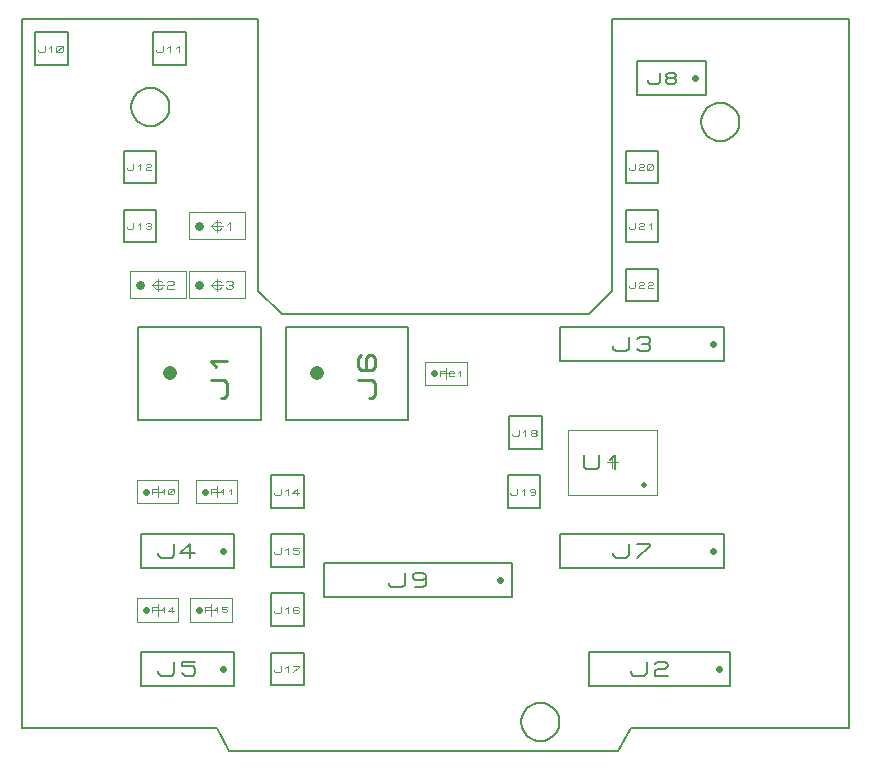
<source format=gbr>
G04 PROTEUS GERBER X2 FILE*
%TF.GenerationSoftware,Labcenter,Proteus,8.12-SP0-Build30713*%
%TF.CreationDate,2021-08-02T00:20:26+00:00*%
%TF.FileFunction,AssemblyDrawing,Top*%
%TF.FilePolarity,Positive*%
%TF.Part,Single*%
%TF.SameCoordinates,{4cff7d1c-7656-49df-93de-6e2fb68f4e0e}*%
%FSLAX45Y45*%
%MOMM*%
G01*
%TA.AperFunction,Profile*%
%ADD21C,0.203200*%
%TA.AperFunction,Material*%
%ADD25C,0.203200*%
%ADD52C,1.219200*%
%ADD53C,0.229610*%
%ADD54C,0.050000*%
%ADD55C,0.548640*%
%ADD56C,0.196350*%
%ADD72C,0.152400*%
%ADD57C,0.558800*%
%ADD58C,0.199130*%
%ADD59C,0.084660*%
%ADD60C,0.721360*%
%ADD61C,0.110370*%
%ADD62C,0.579120*%
%ADD63C,0.076070*%
%TD.AperFunction*%
D21*
X+0Y+0D02*
X+1650000Y+0D01*
X+7000000Y+0D02*
X+7000000Y+6000000D01*
X+5000000Y+6000000D01*
X+5000000Y+3700000D01*
X+4800000Y+3500000D01*
X+2200000Y+3500000D01*
X+2000000Y+3700000D02*
X+2000000Y+6000000D01*
X+0Y+6000000D01*
X+0Y+0D01*
X+2000000Y+3700000D02*
X+2200000Y+3500000D01*
X+5160000Y+0D02*
X+7000000Y+0D01*
X+1750000Y-200000D02*
X+5050000Y-200000D01*
X+1650000Y+0D02*
X+1750000Y-200000D01*
X+5160000Y+0D02*
X+5050000Y-200000D01*
X+4550045Y+50000D02*
X+4549508Y+63142D01*
X+4545144Y+89427D01*
X+4536029Y+115712D01*
X+4521182Y+141997D01*
X+4498470Y+168118D01*
X+4472185Y+187898D01*
X+4445900Y+200658D01*
X+4419615Y+208108D01*
X+4393330Y+210987D01*
X+4389000Y+211045D01*
X+4227955Y+50000D02*
X+4228492Y+63142D01*
X+4232856Y+89427D01*
X+4241971Y+115712D01*
X+4256818Y+141997D01*
X+4279530Y+168118D01*
X+4305815Y+187898D01*
X+4332100Y+200658D01*
X+4358385Y+208108D01*
X+4384670Y+210987D01*
X+4389000Y+211045D01*
X+4227955Y+50000D02*
X+4228492Y+36858D01*
X+4232856Y+10573D01*
X+4241971Y-15712D01*
X+4256818Y-41997D01*
X+4279530Y-68118D01*
X+4305815Y-87898D01*
X+4332100Y-100658D01*
X+4358385Y-108108D01*
X+4384670Y-110987D01*
X+4389000Y-111045D01*
X+4550045Y+50000D02*
X+4549508Y+36858D01*
X+4545144Y+10573D01*
X+4536029Y-15712D01*
X+4521182Y-41997D01*
X+4498470Y-68118D01*
X+4472185Y-87898D01*
X+4445900Y-100658D01*
X+4419615Y-108108D01*
X+4393330Y-110987D01*
X+4389000Y-111045D01*
X+6074045Y+5130000D02*
X+6073508Y+5143142D01*
X+6069144Y+5169427D01*
X+6060029Y+5195712D01*
X+6045182Y+5221997D01*
X+6022470Y+5248118D01*
X+5996185Y+5267898D01*
X+5969900Y+5280658D01*
X+5943615Y+5288108D01*
X+5917330Y+5290987D01*
X+5913000Y+5291045D01*
X+5751955Y+5130000D02*
X+5752492Y+5143142D01*
X+5756856Y+5169427D01*
X+5765971Y+5195712D01*
X+5780818Y+5221997D01*
X+5803530Y+5248118D01*
X+5829815Y+5267898D01*
X+5856100Y+5280658D01*
X+5882385Y+5288108D01*
X+5908670Y+5290987D01*
X+5913000Y+5291045D01*
X+5751955Y+5130000D02*
X+5752492Y+5116858D01*
X+5756856Y+5090573D01*
X+5765971Y+5064288D01*
X+5780818Y+5038003D01*
X+5803530Y+5011882D01*
X+5829815Y+4992102D01*
X+5856100Y+4979342D01*
X+5882385Y+4971892D01*
X+5908670Y+4969013D01*
X+5913000Y+4968955D01*
X+6074045Y+5130000D02*
X+6073508Y+5116858D01*
X+6069144Y+5090573D01*
X+6060029Y+5064288D01*
X+6045182Y+5038003D01*
X+6022470Y+5011882D01*
X+5996185Y+4992102D01*
X+5969900Y+4979342D01*
X+5943615Y+4971892D01*
X+5917330Y+4969013D01*
X+5913000Y+4968955D01*
X+1248045Y+5257000D02*
X+1247508Y+5270142D01*
X+1243144Y+5296427D01*
X+1234029Y+5322712D01*
X+1219182Y+5348997D01*
X+1196470Y+5375118D01*
X+1170185Y+5394898D01*
X+1143900Y+5407658D01*
X+1117615Y+5415108D01*
X+1091330Y+5417987D01*
X+1087000Y+5418045D01*
X+925955Y+5257000D02*
X+926492Y+5270142D01*
X+930856Y+5296427D01*
X+939971Y+5322712D01*
X+954818Y+5348997D01*
X+977530Y+5375118D01*
X+1003815Y+5394898D01*
X+1030100Y+5407658D01*
X+1056385Y+5415108D01*
X+1082670Y+5417987D01*
X+1087000Y+5418045D01*
X+925955Y+5257000D02*
X+926492Y+5243858D01*
X+930856Y+5217573D01*
X+939971Y+5191288D01*
X+954818Y+5165003D01*
X+977530Y+5138882D01*
X+1003815Y+5119102D01*
X+1030100Y+5106342D01*
X+1056385Y+5098892D01*
X+1082670Y+5096013D01*
X+1087000Y+5095955D01*
X+1248045Y+5257000D02*
X+1247508Y+5243858D01*
X+1243144Y+5217573D01*
X+1234029Y+5191288D01*
X+1219182Y+5165003D01*
X+1196470Y+5138882D01*
X+1170185Y+5119102D01*
X+1143900Y+5106342D01*
X+1117615Y+5098892D01*
X+1091330Y+5096013D01*
X+1087000Y+5095955D01*
D25*
X+985840Y+2608840D02*
X+2022160Y+2608840D01*
X+2022160Y+3391160D01*
X+985840Y+3391160D01*
X+985840Y+2608840D01*
D52*
X+1250000Y+3000000D02*
X+1250000Y+3000000D01*
D53*
X+1689522Y+2793346D02*
X+1712484Y+2793346D01*
X+1735445Y+2819177D01*
X+1735445Y+2922504D01*
X+1712484Y+2948336D01*
X+1597676Y+2948336D01*
X+1643599Y+3051663D02*
X+1597676Y+3103327D01*
X+1735445Y+3103327D01*
D25*
X+2235840Y+2608840D02*
X+3272160Y+2608840D01*
X+3272160Y+3391160D01*
X+2235840Y+3391160D01*
X+2235840Y+2608840D01*
D52*
X+2500000Y+3000000D02*
X+2500000Y+3000000D01*
D53*
X+2939522Y+2793346D02*
X+2962484Y+2793346D01*
X+2985445Y+2819177D01*
X+2985445Y+2922504D01*
X+2962484Y+2948336D01*
X+2847676Y+2948336D01*
X+2870637Y+3154990D02*
X+2847676Y+3129158D01*
X+2847676Y+3051663D01*
X+2870637Y+3025831D01*
X+2962484Y+3025831D01*
X+2985445Y+3051663D01*
X+2985445Y+3129158D01*
X+2962484Y+3154990D01*
X+2939522Y+3154990D01*
X+2916560Y+3129158D01*
X+2916560Y+3025831D01*
D54*
X+5375000Y+2525000D02*
X+4625000Y+2525000D01*
X+4625000Y+1975000D01*
X+5375000Y+1975000D01*
X+5375000Y+2525000D01*
X+5000000Y+2200000D02*
X+5000000Y+2300000D01*
X+4950000Y+2250000D02*
X+5050000Y+2250000D01*
D55*
X+5270000Y+2059500D02*
X+5270000Y+2059500D01*
D56*
X+4755812Y+2308907D02*
X+4755812Y+2210728D01*
X+4777902Y+2191092D01*
X+4866263Y+2191092D01*
X+4888353Y+2210728D01*
X+4888353Y+2308907D01*
X+4976714Y+2269635D02*
X+5020895Y+2308907D01*
X+5020895Y+2191092D01*
D72*
X+4804750Y+644780D02*
X+4804750Y+355220D01*
X+5995250Y+355220D01*
X+5995250Y+644780D01*
X+4804750Y+644780D01*
X+4804750Y+355220D01*
X+5995250Y+355220D01*
X+5995250Y+644780D01*
X+4804750Y+644780D01*
D57*
X+5900000Y+500000D02*
X+5900000Y+500000D01*
D58*
X+5155373Y+480086D02*
X+5155373Y+460172D01*
X+5177775Y+440259D01*
X+5267386Y+440259D01*
X+5289789Y+460172D01*
X+5289789Y+559740D01*
X+5356997Y+539827D02*
X+5379400Y+559740D01*
X+5446608Y+559740D01*
X+5469011Y+539827D01*
X+5469011Y+519913D01*
X+5446608Y+500000D01*
X+5379400Y+500000D01*
X+5356997Y+480086D01*
X+5356997Y+440259D01*
X+5469011Y+440259D01*
D72*
X+4554750Y+1644780D02*
X+4554750Y+1355220D01*
X+5945250Y+1355220D01*
X+5945250Y+1644780D01*
X+4554750Y+1644780D01*
X+4554750Y+1355220D01*
X+5945250Y+1355220D01*
X+5945250Y+1644780D01*
X+4554750Y+1644780D01*
D57*
X+5850000Y+1500000D02*
X+5850000Y+1500000D01*
D58*
X+5005373Y+1480086D02*
X+5005373Y+1460172D01*
X+5027775Y+1440259D01*
X+5117386Y+1440259D01*
X+5139789Y+1460172D01*
X+5139789Y+1559740D01*
X+5206997Y+1559740D02*
X+5319011Y+1559740D01*
X+5319011Y+1539827D01*
X+5206997Y+1440259D01*
D72*
X+4554750Y+3394780D02*
X+4554750Y+3105220D01*
X+5945250Y+3105220D01*
X+5945250Y+3394780D01*
X+4554750Y+3394780D01*
X+4554750Y+3105220D01*
X+5945250Y+3105220D01*
X+5945250Y+3394780D01*
X+4554750Y+3394780D01*
D57*
X+5850000Y+3250000D02*
X+5850000Y+3250000D01*
D58*
X+5005373Y+3230086D02*
X+5005373Y+3210172D01*
X+5027775Y+3190259D01*
X+5117386Y+3190259D01*
X+5139789Y+3210172D01*
X+5139789Y+3309740D01*
X+5206997Y+3289827D02*
X+5229400Y+3309740D01*
X+5296608Y+3309740D01*
X+5319011Y+3289827D01*
X+5319011Y+3269913D01*
X+5296608Y+3250000D01*
X+5319011Y+3230086D01*
X+5319011Y+3210172D01*
X+5296608Y+3190259D01*
X+5229400Y+3190259D01*
X+5206997Y+3210172D01*
X+5251803Y+3250000D02*
X+5296608Y+3250000D01*
D72*
X+1004750Y+1644780D02*
X+1004750Y+1355220D01*
X+1795250Y+1355220D01*
X+1795250Y+1644780D01*
X+1004750Y+1644780D01*
X+1004750Y+1355220D01*
X+1795250Y+1355220D01*
X+1795250Y+1644780D01*
X+1004750Y+1644780D01*
D57*
X+1700000Y+1500000D02*
X+1700000Y+1500000D01*
D58*
X+1155373Y+1480086D02*
X+1155373Y+1460172D01*
X+1177775Y+1440259D01*
X+1267386Y+1440259D01*
X+1289789Y+1460172D01*
X+1289789Y+1559740D01*
X+1469011Y+1480086D02*
X+1334595Y+1480086D01*
X+1424206Y+1559740D01*
X+1424206Y+1440259D01*
D72*
X+1004750Y+644780D02*
X+1004750Y+355220D01*
X+1795250Y+355220D01*
X+1795250Y+644780D01*
X+1004750Y+644780D01*
X+1004750Y+355220D01*
X+1795250Y+355220D01*
X+1795250Y+644780D01*
X+1004750Y+644780D01*
D57*
X+1700000Y+500000D02*
X+1700000Y+500000D01*
D58*
X+1155373Y+480086D02*
X+1155373Y+460172D01*
X+1177775Y+440259D01*
X+1267386Y+440259D01*
X+1289789Y+460172D01*
X+1289789Y+559740D01*
X+1469011Y+559740D02*
X+1356997Y+559740D01*
X+1356997Y+519913D01*
X+1446608Y+519913D01*
X+1469011Y+500000D01*
X+1469011Y+460172D01*
X+1446608Y+440259D01*
X+1379400Y+440259D01*
X+1356997Y+460172D01*
D72*
X+2554750Y+1394780D02*
X+2554750Y+1105220D01*
X+4145250Y+1105220D01*
X+4145250Y+1394780D01*
X+2554750Y+1394780D01*
X+2554750Y+1105220D01*
X+4145250Y+1105220D01*
X+4145250Y+1394780D01*
X+2554750Y+1394780D01*
D57*
X+4050000Y+1250000D02*
X+4050000Y+1250000D01*
D58*
X+3105373Y+1230086D02*
X+3105373Y+1210172D01*
X+3127775Y+1190259D01*
X+3217386Y+1190259D01*
X+3239789Y+1210172D01*
X+3239789Y+1309740D01*
X+3419011Y+1269913D02*
X+3396608Y+1250000D01*
X+3329400Y+1250000D01*
X+3306997Y+1269913D01*
X+3306997Y+1289827D01*
X+3329400Y+1309740D01*
X+3396608Y+1309740D01*
X+3419011Y+1289827D01*
X+3419011Y+1210172D01*
X+3396608Y+1190259D01*
X+3329400Y+1190259D01*
D72*
X+5204750Y+5644780D02*
X+5204750Y+5355220D01*
X+5795250Y+5355220D01*
X+5795250Y+5644780D01*
X+5204750Y+5644780D01*
X+5204750Y+5355220D01*
X+5795250Y+5355220D01*
X+5795250Y+5644780D01*
X+5204750Y+5644780D01*
D57*
X+5700000Y+5500000D02*
X+5700000Y+5500000D01*
D72*
X+5298213Y+5484846D02*
X+5298213Y+5469692D01*
X+5315260Y+5454539D01*
X+5383451Y+5454539D01*
X+5400499Y+5469692D01*
X+5400499Y+5545460D01*
X+5468690Y+5500000D02*
X+5451642Y+5515153D01*
X+5451642Y+5530307D01*
X+5468690Y+5545460D01*
X+5519833Y+5545460D01*
X+5536881Y+5530307D01*
X+5536881Y+5515153D01*
X+5519833Y+5500000D01*
X+5468690Y+5500000D01*
X+5451642Y+5484846D01*
X+5451642Y+5469692D01*
X+5468690Y+5454539D01*
X+5519833Y+5454539D01*
X+5536881Y+5469692D01*
X+5536881Y+5484846D01*
X+5519833Y+5500000D01*
D25*
X+112840Y+5612840D02*
X+387160Y+5612840D01*
X+387160Y+5887160D01*
X+112840Y+5887160D01*
X+112840Y+5612840D01*
D59*
X+135702Y+5741533D02*
X+135702Y+5733066D01*
X+145226Y+5724600D01*
X+183326Y+5724600D01*
X+192851Y+5733066D01*
X+192851Y+5775399D01*
X+230950Y+5758466D02*
X+250000Y+5775399D01*
X+250000Y+5724600D01*
X+288100Y+5733066D02*
X+288100Y+5766933D01*
X+297624Y+5775399D01*
X+335724Y+5775399D01*
X+345249Y+5766933D01*
X+345249Y+5733066D01*
X+335724Y+5724600D01*
X+297624Y+5724600D01*
X+288100Y+5733066D01*
X+288100Y+5724600D02*
X+345249Y+5775399D01*
D25*
X+1112840Y+5612840D02*
X+1387160Y+5612840D01*
X+1387160Y+5887160D01*
X+1112840Y+5887160D01*
X+1112840Y+5612840D01*
D59*
X+1135702Y+5741533D02*
X+1135702Y+5733066D01*
X+1145226Y+5724600D01*
X+1183326Y+5724600D01*
X+1192851Y+5733066D01*
X+1192851Y+5775399D01*
X+1230950Y+5758466D02*
X+1250000Y+5775399D01*
X+1250000Y+5724600D01*
X+1307149Y+5758466D02*
X+1326199Y+5775399D01*
X+1326199Y+5724600D01*
D25*
X+862840Y+4612840D02*
X+1137160Y+4612840D01*
X+1137160Y+4887160D01*
X+862840Y+4887160D01*
X+862840Y+4612840D01*
D59*
X+885702Y+4741533D02*
X+885702Y+4733066D01*
X+895226Y+4724600D01*
X+933326Y+4724600D01*
X+942851Y+4733066D01*
X+942851Y+4775399D01*
X+980950Y+4758466D02*
X+1000000Y+4775399D01*
X+1000000Y+4724600D01*
X+1047624Y+4766933D02*
X+1057149Y+4775399D01*
X+1085724Y+4775399D01*
X+1095249Y+4766933D01*
X+1095249Y+4758466D01*
X+1085724Y+4750000D01*
X+1057149Y+4750000D01*
X+1047624Y+4741533D01*
X+1047624Y+4724600D01*
X+1095249Y+4724600D01*
D25*
X+862840Y+4112840D02*
X+1137160Y+4112840D01*
X+1137160Y+4387160D01*
X+862840Y+4387160D01*
X+862840Y+4112840D01*
D59*
X+885702Y+4241533D02*
X+885702Y+4233066D01*
X+895226Y+4224600D01*
X+933326Y+4224600D01*
X+942851Y+4233066D01*
X+942851Y+4275399D01*
X+980950Y+4258466D02*
X+1000000Y+4275399D01*
X+1000000Y+4224600D01*
X+1047624Y+4266933D02*
X+1057149Y+4275399D01*
X+1085724Y+4275399D01*
X+1095249Y+4266933D01*
X+1095249Y+4258466D01*
X+1085724Y+4250000D01*
X+1095249Y+4241533D01*
X+1095249Y+4233066D01*
X+1085724Y+4224600D01*
X+1057149Y+4224600D01*
X+1047624Y+4233066D01*
X+1066674Y+4250000D02*
X+1085724Y+4250000D01*
D25*
X+2112840Y+1862840D02*
X+2387160Y+1862840D01*
X+2387160Y+2137160D01*
X+2112840Y+2137160D01*
X+2112840Y+1862840D01*
D59*
X+2135702Y+1991533D02*
X+2135702Y+1983066D01*
X+2145226Y+1974600D01*
X+2183326Y+1974600D01*
X+2192851Y+1983066D01*
X+2192851Y+2025399D01*
X+2230950Y+2008466D02*
X+2250000Y+2025399D01*
X+2250000Y+1974600D01*
X+2345249Y+1991533D02*
X+2288100Y+1991533D01*
X+2326199Y+2025399D01*
X+2326199Y+1974600D01*
D25*
X+2112840Y+1362840D02*
X+2387160Y+1362840D01*
X+2387160Y+1637160D01*
X+2112840Y+1637160D01*
X+2112840Y+1362840D01*
D59*
X+2135702Y+1491533D02*
X+2135702Y+1483066D01*
X+2145226Y+1474600D01*
X+2183326Y+1474600D01*
X+2192851Y+1483066D01*
X+2192851Y+1525399D01*
X+2230950Y+1508466D02*
X+2250000Y+1525399D01*
X+2250000Y+1474600D01*
X+2345249Y+1525399D02*
X+2297624Y+1525399D01*
X+2297624Y+1508466D01*
X+2335724Y+1508466D01*
X+2345249Y+1500000D01*
X+2345249Y+1483066D01*
X+2335724Y+1474600D01*
X+2307149Y+1474600D01*
X+2297624Y+1483066D01*
D25*
X+2112840Y+862840D02*
X+2387160Y+862840D01*
X+2387160Y+1137160D01*
X+2112840Y+1137160D01*
X+2112840Y+862840D01*
D59*
X+2135702Y+991533D02*
X+2135702Y+983066D01*
X+2145226Y+974600D01*
X+2183326Y+974600D01*
X+2192851Y+983066D01*
X+2192851Y+1025399D01*
X+2230950Y+1008466D02*
X+2250000Y+1025399D01*
X+2250000Y+974600D01*
X+2345249Y+1016933D02*
X+2335724Y+1025399D01*
X+2307149Y+1025399D01*
X+2297624Y+1016933D01*
X+2297624Y+983066D01*
X+2307149Y+974600D01*
X+2335724Y+974600D01*
X+2345249Y+983066D01*
X+2345249Y+991533D01*
X+2335724Y+1000000D01*
X+2297624Y+1000000D01*
D25*
X+2112840Y+362840D02*
X+2387160Y+362840D01*
X+2387160Y+637160D01*
X+2112840Y+637160D01*
X+2112840Y+362840D01*
D59*
X+2135702Y+491533D02*
X+2135702Y+483066D01*
X+2145226Y+474600D01*
X+2183326Y+474600D01*
X+2192851Y+483066D01*
X+2192851Y+525399D01*
X+2230950Y+508466D02*
X+2250000Y+525399D01*
X+2250000Y+474600D01*
X+2297624Y+525399D02*
X+2345249Y+525399D01*
X+2345249Y+516933D01*
X+2297624Y+474600D01*
D25*
X+4124840Y+2362840D02*
X+4399160Y+2362840D01*
X+4399160Y+2637160D01*
X+4124840Y+2637160D01*
X+4124840Y+2362840D01*
D59*
X+4147702Y+2491533D02*
X+4147702Y+2483066D01*
X+4157226Y+2474600D01*
X+4195326Y+2474600D01*
X+4204851Y+2483066D01*
X+4204851Y+2525399D01*
X+4242950Y+2508466D02*
X+4262000Y+2525399D01*
X+4262000Y+2474600D01*
X+4319149Y+2500000D02*
X+4309624Y+2508466D01*
X+4309624Y+2516933D01*
X+4319149Y+2525399D01*
X+4347724Y+2525399D01*
X+4357249Y+2516933D01*
X+4357249Y+2508466D01*
X+4347724Y+2500000D01*
X+4319149Y+2500000D01*
X+4309624Y+2491533D01*
X+4309624Y+2483066D01*
X+4319149Y+2474600D01*
X+4347724Y+2474600D01*
X+4357249Y+2483066D01*
X+4357249Y+2491533D01*
X+4347724Y+2500000D01*
D25*
X+4112840Y+1862840D02*
X+4387160Y+1862840D01*
X+4387160Y+2137160D01*
X+4112840Y+2137160D01*
X+4112840Y+1862840D01*
D59*
X+4135702Y+1991533D02*
X+4135702Y+1983066D01*
X+4145226Y+1974600D01*
X+4183326Y+1974600D01*
X+4192851Y+1983066D01*
X+4192851Y+2025399D01*
X+4230950Y+2008466D02*
X+4250000Y+2025399D01*
X+4250000Y+1974600D01*
X+4345249Y+2008466D02*
X+4335724Y+2000000D01*
X+4307149Y+2000000D01*
X+4297624Y+2008466D01*
X+4297624Y+2016933D01*
X+4307149Y+2025399D01*
X+4335724Y+2025399D01*
X+4345249Y+2016933D01*
X+4345249Y+1983066D01*
X+4335724Y+1974600D01*
X+4307149Y+1974600D01*
D25*
X+5112840Y+4612840D02*
X+5387160Y+4612840D01*
X+5387160Y+4887160D01*
X+5112840Y+4887160D01*
X+5112840Y+4612840D01*
D59*
X+5135702Y+4741533D02*
X+5135702Y+4733066D01*
X+5145226Y+4724600D01*
X+5183326Y+4724600D01*
X+5192851Y+4733066D01*
X+5192851Y+4775399D01*
X+5221425Y+4766933D02*
X+5230950Y+4775399D01*
X+5259525Y+4775399D01*
X+5269050Y+4766933D01*
X+5269050Y+4758466D01*
X+5259525Y+4750000D01*
X+5230950Y+4750000D01*
X+5221425Y+4741533D01*
X+5221425Y+4724600D01*
X+5269050Y+4724600D01*
X+5288100Y+4733066D02*
X+5288100Y+4766933D01*
X+5297624Y+4775399D01*
X+5335724Y+4775399D01*
X+5345249Y+4766933D01*
X+5345249Y+4733066D01*
X+5335724Y+4724600D01*
X+5297624Y+4724600D01*
X+5288100Y+4733066D01*
X+5288100Y+4724600D02*
X+5345249Y+4775399D01*
D25*
X+5112840Y+4112840D02*
X+5387160Y+4112840D01*
X+5387160Y+4387160D01*
X+5112840Y+4387160D01*
X+5112840Y+4112840D01*
D59*
X+5135702Y+4241533D02*
X+5135702Y+4233066D01*
X+5145226Y+4224600D01*
X+5183326Y+4224600D01*
X+5192851Y+4233066D01*
X+5192851Y+4275399D01*
X+5221425Y+4266933D02*
X+5230950Y+4275399D01*
X+5259525Y+4275399D01*
X+5269050Y+4266933D01*
X+5269050Y+4258466D01*
X+5259525Y+4250000D01*
X+5230950Y+4250000D01*
X+5221425Y+4241533D01*
X+5221425Y+4224600D01*
X+5269050Y+4224600D01*
X+5307149Y+4258466D02*
X+5326199Y+4275399D01*
X+5326199Y+4224600D01*
D25*
X+5112840Y+3612840D02*
X+5387160Y+3612840D01*
X+5387160Y+3887160D01*
X+5112840Y+3887160D01*
X+5112840Y+3612840D01*
D59*
X+5135702Y+3741533D02*
X+5135702Y+3733066D01*
X+5145226Y+3724600D01*
X+5183326Y+3724600D01*
X+5192851Y+3733066D01*
X+5192851Y+3775399D01*
X+5221425Y+3766933D02*
X+5230950Y+3775399D01*
X+5259525Y+3775399D01*
X+5269050Y+3766933D01*
X+5269050Y+3758466D01*
X+5259525Y+3750000D01*
X+5230950Y+3750000D01*
X+5221425Y+3741533D01*
X+5221425Y+3724600D01*
X+5269050Y+3724600D01*
X+5297624Y+3766933D02*
X+5307149Y+3775399D01*
X+5335724Y+3775399D01*
X+5345249Y+3766933D01*
X+5345249Y+3758466D01*
X+5335724Y+3750000D01*
X+5307149Y+3750000D01*
X+5297624Y+3741533D01*
X+5297624Y+3724600D01*
X+5345249Y+3724600D01*
D54*
X+1415000Y+4135000D02*
X+1885000Y+4135000D01*
X+1885000Y+4365000D01*
X+1415000Y+4365000D01*
X+1415000Y+4135000D01*
X+1650000Y+4300000D02*
X+1650000Y+4200000D01*
X+1700000Y+4250000D02*
X+1600000Y+4250000D01*
D60*
X+1500000Y+4250000D02*
X+1500000Y+4250000D01*
D61*
X+1686950Y+4227926D02*
X+1674534Y+4216889D01*
X+1637284Y+4216889D01*
X+1612451Y+4238963D01*
X+1612451Y+4261037D01*
X+1637284Y+4283111D01*
X+1674534Y+4283111D01*
X+1686950Y+4272074D01*
X+1736617Y+4261037D02*
X+1761450Y+4283111D01*
X+1761450Y+4216889D01*
D54*
X+915000Y+3635000D02*
X+1385000Y+3635000D01*
X+1385000Y+3865000D01*
X+915000Y+3865000D01*
X+915000Y+3635000D01*
X+1150000Y+3800000D02*
X+1150000Y+3700000D01*
X+1200000Y+3750000D02*
X+1100000Y+3750000D01*
D60*
X+1000000Y+3750000D02*
X+1000000Y+3750000D01*
D61*
X+1186950Y+3727926D02*
X+1174534Y+3716889D01*
X+1137284Y+3716889D01*
X+1112451Y+3738963D01*
X+1112451Y+3761037D01*
X+1137284Y+3783111D01*
X+1174534Y+3783111D01*
X+1186950Y+3772074D01*
X+1224200Y+3772074D02*
X+1236617Y+3783111D01*
X+1273867Y+3783111D01*
X+1286283Y+3772074D01*
X+1286283Y+3761037D01*
X+1273867Y+3750000D01*
X+1236617Y+3750000D01*
X+1224200Y+3738963D01*
X+1224200Y+3716889D01*
X+1286283Y+3716889D01*
D54*
X+1415000Y+3635000D02*
X+1885000Y+3635000D01*
X+1885000Y+3865000D01*
X+1415000Y+3865000D01*
X+1415000Y+3635000D01*
X+1650000Y+3800000D02*
X+1650000Y+3700000D01*
X+1700000Y+3750000D02*
X+1600000Y+3750000D01*
D60*
X+1500000Y+3750000D02*
X+1500000Y+3750000D01*
D61*
X+1686950Y+3727926D02*
X+1674534Y+3716889D01*
X+1637284Y+3716889D01*
X+1612451Y+3738963D01*
X+1612451Y+3761037D01*
X+1637284Y+3783111D01*
X+1674534Y+3783111D01*
X+1686950Y+3772074D01*
X+1724200Y+3772074D02*
X+1736617Y+3783111D01*
X+1773867Y+3783111D01*
X+1786283Y+3772074D01*
X+1786283Y+3761037D01*
X+1773867Y+3750000D01*
X+1786283Y+3738963D01*
X+1786283Y+3727926D01*
X+1773867Y+3716889D01*
X+1736617Y+3716889D01*
X+1724200Y+3727926D01*
X+1749033Y+3750000D02*
X+1773867Y+3750000D01*
D54*
X+975000Y+900000D02*
X+1325000Y+900000D01*
X+1325000Y+1100000D01*
X+975000Y+1100000D01*
X+975000Y+900000D01*
X+1150000Y+1050000D02*
X+1150000Y+950000D01*
X+1200000Y+1000000D02*
X+1100000Y+1000000D01*
D62*
X+1050000Y+1000000D02*
X+1050000Y+1000000D01*
D63*
X+1100529Y+977177D02*
X+1100529Y+1022822D01*
X+1143320Y+1022822D01*
X+1151878Y+1015214D01*
X+1151878Y+1007607D01*
X+1143320Y+1000000D01*
X+1100529Y+1000000D01*
X+1143320Y+1000000D02*
X+1151878Y+992392D01*
X+1151878Y+977177D01*
X+1186111Y+1007607D02*
X+1203228Y+1022822D01*
X+1203228Y+977177D01*
X+1288810Y+992392D02*
X+1237461Y+992392D01*
X+1271694Y+1022822D01*
X+1271694Y+977177D01*
D54*
X+1425000Y+900000D02*
X+1775000Y+900000D01*
X+1775000Y+1100000D01*
X+1425000Y+1100000D01*
X+1425000Y+900000D01*
X+1600000Y+1050000D02*
X+1600000Y+950000D01*
X+1650000Y+1000000D02*
X+1550000Y+1000000D01*
D62*
X+1500000Y+1000000D02*
X+1500000Y+1000000D01*
D63*
X+1550529Y+977177D02*
X+1550529Y+1022822D01*
X+1593320Y+1022822D01*
X+1601878Y+1015214D01*
X+1601878Y+1007607D01*
X+1593320Y+1000000D01*
X+1550529Y+1000000D01*
X+1593320Y+1000000D02*
X+1601878Y+992392D01*
X+1601878Y+977177D01*
X+1636111Y+1007607D02*
X+1653228Y+1022822D01*
X+1653228Y+977177D01*
X+1738810Y+1022822D02*
X+1696019Y+1022822D01*
X+1696019Y+1007607D01*
X+1730252Y+1007607D01*
X+1738810Y+1000000D01*
X+1738810Y+984785D01*
X+1730252Y+977177D01*
X+1704577Y+977177D01*
X+1696019Y+984785D01*
D54*
X+3415500Y+2900000D02*
X+3765500Y+2900000D01*
X+3765500Y+3100000D01*
X+3415500Y+3100000D01*
X+3415500Y+2900000D01*
X+3590500Y+3050000D02*
X+3590500Y+2950000D01*
X+3640500Y+3000000D02*
X+3540500Y+3000000D01*
D62*
X+3490500Y+3000000D02*
X+3490500Y+3000000D01*
D63*
X+3541029Y+2977177D02*
X+3541029Y+3022822D01*
X+3583820Y+3022822D01*
X+3592378Y+3015214D01*
X+3592378Y+3007607D01*
X+3583820Y+3000000D01*
X+3541029Y+3000000D01*
X+3583820Y+3000000D02*
X+3592378Y+2992392D01*
X+3592378Y+2977177D01*
X+3618053Y+3015214D02*
X+3626611Y+3022822D01*
X+3652286Y+3022822D01*
X+3660844Y+3015214D01*
X+3660844Y+3007607D01*
X+3652286Y+3000000D01*
X+3626611Y+3000000D01*
X+3618053Y+2992392D01*
X+3618053Y+2977177D01*
X+3660844Y+2977177D01*
X+3695077Y+3007607D02*
X+3712194Y+3022822D01*
X+3712194Y+2977177D01*
D54*
X+975000Y+1900000D02*
X+1325000Y+1900000D01*
X+1325000Y+2100000D01*
X+975000Y+2100000D01*
X+975000Y+1900000D01*
X+1150000Y+2050000D02*
X+1150000Y+1950000D01*
X+1200000Y+2000000D02*
X+1100000Y+2000000D01*
D62*
X+1050000Y+2000000D02*
X+1050000Y+2000000D01*
D63*
X+1100529Y+1977177D02*
X+1100529Y+2022822D01*
X+1143320Y+2022822D01*
X+1151878Y+2015214D01*
X+1151878Y+2007607D01*
X+1143320Y+2000000D01*
X+1100529Y+2000000D01*
X+1143320Y+2000000D02*
X+1151878Y+1992392D01*
X+1151878Y+1977177D01*
X+1186111Y+2007607D02*
X+1203228Y+2022822D01*
X+1203228Y+1977177D01*
X+1237461Y+1984785D02*
X+1237461Y+2015214D01*
X+1246019Y+2022822D01*
X+1280252Y+2022822D01*
X+1288810Y+2015214D01*
X+1288810Y+1984785D01*
X+1280252Y+1977177D01*
X+1246019Y+1977177D01*
X+1237461Y+1984785D01*
X+1237461Y+1977177D02*
X+1288810Y+2022822D01*
D54*
X+1475000Y+1900000D02*
X+1825000Y+1900000D01*
X+1825000Y+2100000D01*
X+1475000Y+2100000D01*
X+1475000Y+1900000D01*
X+1650000Y+2050000D02*
X+1650000Y+1950000D01*
X+1700000Y+2000000D02*
X+1600000Y+2000000D01*
D62*
X+1550000Y+2000000D02*
X+1550000Y+2000000D01*
D63*
X+1600529Y+1977177D02*
X+1600529Y+2022822D01*
X+1643320Y+2022822D01*
X+1651878Y+2015214D01*
X+1651878Y+2007607D01*
X+1643320Y+2000000D01*
X+1600529Y+2000000D01*
X+1643320Y+2000000D02*
X+1651878Y+1992392D01*
X+1651878Y+1977177D01*
X+1686111Y+2007607D02*
X+1703228Y+2022822D01*
X+1703228Y+1977177D01*
X+1754577Y+2007607D02*
X+1771694Y+2022822D01*
X+1771694Y+1977177D01*
M02*

</source>
